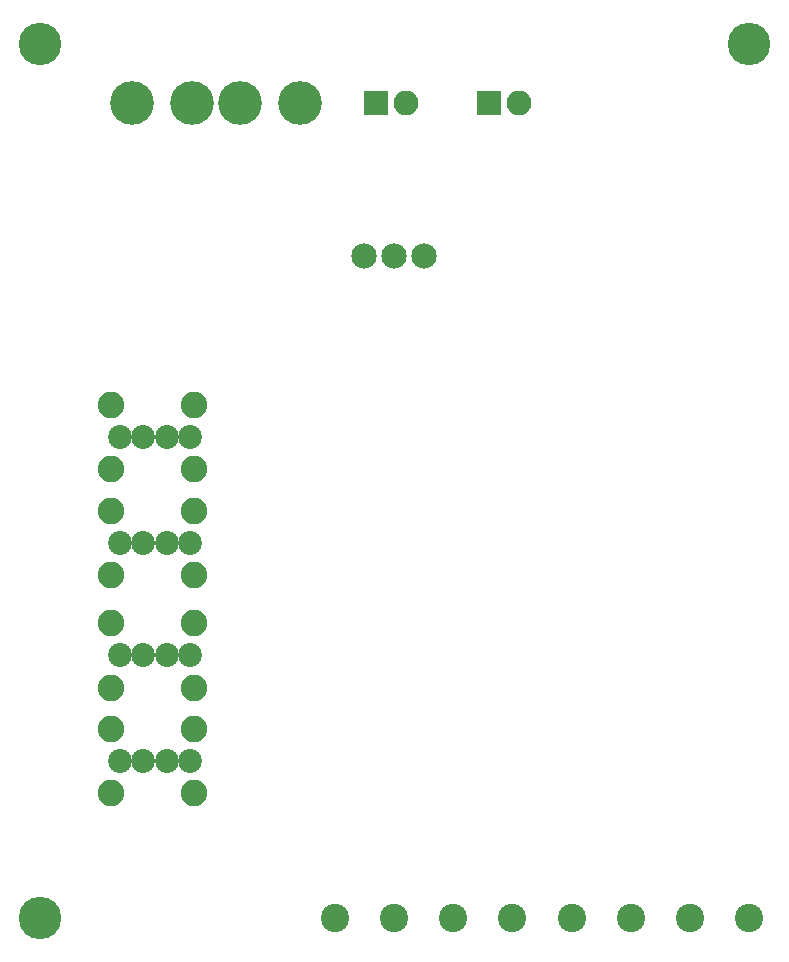
<source format=gbr>
G04 #@! TF.FileFunction,Soldermask,Bot*
%FSLAX46Y46*%
G04 Gerber Fmt 4.6, Leading zero omitted, Abs format (unit mm)*
G04 Created by KiCad (PCBNEW 4.0.7) date 01/17/18 22:37:34*
%MOMM*%
%LPD*%
G01*
G04 APERTURE LIST*
%ADD10C,0.100000*%
%ADD11C,3.600000*%
%ADD12C,3.702000*%
%ADD13C,2.400000*%
%ADD14C,2.020000*%
%ADD15C,2.250000*%
%ADD16R,2.100000X2.100000*%
%ADD17O,2.100000X2.100000*%
%ADD18C,2.150000*%
G04 APERTURE END LIST*
D10*
D11*
X132000000Y-70000000D03*
X132000000Y-144000000D03*
D12*
X139776000Y-75000000D03*
X144856000Y-75000000D03*
X148920000Y-75000000D03*
X154000000Y-75000000D03*
D13*
X192000000Y-144000000D03*
X187000000Y-144000000D03*
X182000000Y-144000000D03*
X177000000Y-144000000D03*
X172000000Y-144000000D03*
X167000000Y-144000000D03*
X162000000Y-144000000D03*
X157000000Y-144000000D03*
D14*
X138730000Y-130720000D03*
X140730000Y-130720000D03*
X142730000Y-130720000D03*
D15*
X138000000Y-128000000D03*
D14*
X144730000Y-130720000D03*
D15*
X145000000Y-128000000D03*
X138000000Y-133440000D03*
X145000000Y-133440000D03*
D14*
X138730000Y-121780000D03*
X140730000Y-121780000D03*
X142730000Y-121780000D03*
D15*
X138000000Y-119060000D03*
D14*
X144730000Y-121780000D03*
D15*
X145000000Y-119060000D03*
X138000000Y-124500000D03*
X145000000Y-124500000D03*
D16*
X170000000Y-75000000D03*
D17*
X172540000Y-75000000D03*
D16*
X160460000Y-75000000D03*
D17*
X163000000Y-75000000D03*
D14*
X138730000Y-112280000D03*
X140730000Y-112280000D03*
X142730000Y-112280000D03*
D15*
X138000000Y-109560000D03*
D14*
X144730000Y-112280000D03*
D15*
X145000000Y-109560000D03*
X138000000Y-115000000D03*
X145000000Y-115000000D03*
D14*
X138730000Y-103280000D03*
X140730000Y-103280000D03*
X142730000Y-103280000D03*
D15*
X138000000Y-100560000D03*
D14*
X144730000Y-103280000D03*
D15*
X145000000Y-100560000D03*
X138000000Y-106000000D03*
X145000000Y-106000000D03*
D18*
X159460000Y-88000000D03*
X162000000Y-88000000D03*
X164540000Y-88000000D03*
D11*
X192000000Y-70000000D03*
M02*

</source>
